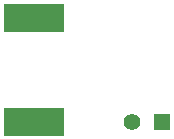
<source format=gbs>
%FSLAX34Y34*%
G04 Gerber Fmt 3.4, Leading zero omitted, Abs format*
G04 (created by PCBNEW (2014-03-19 BZR 4756)-product) date Mon Feb 16 09:59:46 2015*
%MOIN*%
G01*
G70*
G90*
G04 APERTURE LIST*
%ADD10C,0.005906*%
%ADD11R,0.200787X0.094488*%
%ADD12R,0.055000X0.055000*%
%ADD13C,0.055000*%
G04 APERTURE END LIST*
G54D10*
G54D11*
X55750Y-42982D03*
X55750Y-39517D03*
G54D12*
X60000Y-43000D03*
G54D13*
X59000Y-43000D03*
M02*

</source>
